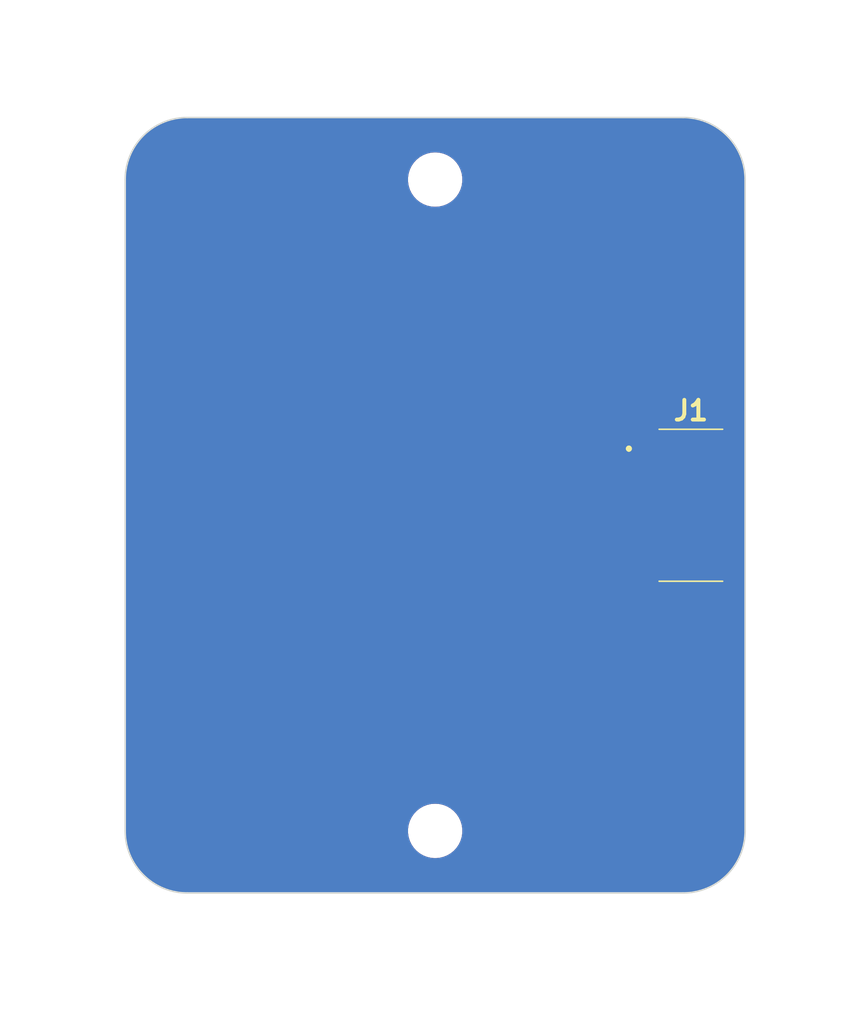
<source format=kicad_pcb>
(kicad_pcb (version 20221018) (generator pcbnew)
  (layers (0 "F.Cu" signal) (31 "B.Cu" signal) (34 "B.Paste" user) (35 "F.Paste" user) (36 "B.SilkS" user "B.Silkscreen") (37 "F.SilkS" user "F.Silkscreen") (38 "B.Mask" user) (39 "F.Mask" user) (44 "Edge.Cuts" user))
  (net 0 "")
  (net 1 "/SPI2_MOSI")
  (net 2 "+3.3V")
  (net 3 "/SPI2_MISO")
  (net 4 "GND")
  (net 5 "/SPI2_SCK")
  (net 6 "/I2C2_SDA")
  (net 7 "/SPI2_NSS")
  (net 8 "/I2C2_SCL")
  (net 9 "VDDA")
  (net 10 "GNDA")
  (net 11 "/SPI1_SCK")
  (net 12 "/I2C1_SCL")
  (net 13 "/SPI1_MISO")
  (net 14 "/I2C1_SDA")
  (net 15 "/SPI1_MOSI")
  (net 16 "/5V_Ext")
  (net 17 "/SPI1_NSS")
  (net 18 "GNDPWR")
  (footprint "UTSVT_Connectors:Molex_53307-2071" (layer "F.Cu") (at 166.5 91 90)
    (fp_text reference "J1" (at 6.1 0 180) (layer "F.SilkS") (effects (font (size 1.27 1.27) (thickness 0.254))))
    (fp_text value "Conn_02x10_Odd_Even" hide)
    (fp_line (start -4.9 -2.05) (end -4.9 2.05) (stroke (width 0.1)) (layer "F.SilkS"))
    (fp_line (start 3.6 -4) (end 3.6 -4) (stroke (width 0.3)) (layer "F.SilkS"))
    (fp_line (start 3.7 -4) (end 3.7 -4) (stroke (width 0.3)) (layer "F.SilkS"))
    (fp_line (start 4.9 -2.05) (end 4.9 2.05) (stroke (width 0.1)) (layer "F.SilkS"))
    (fp_arc (start 3.6 -4) (mid 3.65 -4.05) (end 3.7 -4) (stroke (width 0.3)) (layer "F.SilkS"))
    (fp_arc (start 3.7 -4) (mid 3.65 -3.95) (end 3.6 -4) (stroke (width 0.3)) (layer "F.SilkS"))
    (pad "1" smd rect locked (at 3.6 -2.15 90) (size 0.55 1.8) (layers "F.Cu" "F.Paste" "F.Mask") (net 1 "/SPI2_MOSI"))
    (pad "2" smd rect locked (at 3.6 2.15 90) (size 0.55 1.8) (layers "F.Cu" "F.Paste" "F.Mask") (net 2 "+3.3V"))
    (pad "3" smd rect locked (at 2.8 -2.15 90) (size 0.55 1.8) (layers "F.Cu" "F.Paste" "F.Mask") (net 3 "/SPI2_MISO"))
    (pad "4" smd rect locked (at 2.8 2.15 90) (size 0.55 1.8) (layers "F.Cu" "F.Paste" "F.Mask") (net 4 "GND"))
    (pad "5" smd rect locked (at 2 -2.15 90) (size 0.55 1.8) (layers "F.Cu" "F.Paste" "F.Mask") (net 5 "/SPI2_SCK"))
    (pad "6" smd rect locked (at 2 2.15 90) (size 0.55 1.8) (layers "F.Cu" "F.Paste" "F.Mask") (net 6 "/I2C2_SDA"))
    (pad "7" smd rect locked (at 1.2 -2.15 90) (size 0.55 1.8) (layers "F.Cu" "F.Paste" "F.Mask") (net 7 "/SPI2_NSS"))
    (pad "8" smd rect locked (at 1.2 2.15 90) (size 0.55 1.8) (layers "F.Cu" "F.Paste" "F.Mask") (net 8 "/I2C2_SCL"))
    (pad "9" smd rect locked (at 0.4 -2.15 90) (size 0.55 1.8) (layers "F.Cu" "F.Paste" "F.Mask") (net 2 "+3.3V"))
    (pad "10" smd rect locked (at 0.4 2.15 90) (size 0.55 1.8) (layers "F.Cu" "F.Paste" "F.Mask") (net 9 "VDDA"))
    (pad "11" smd rect locked (at -0.4 -2.15 90) (size 0.55 1.8) (layers "F.Cu" "F.Paste" "F.Mask") (net 4 "GND"))
    (pad "12" smd rect locked (at -0.4 2.15 90) (size 0.55 1.8) (layers "F.Cu" "F.Paste" "F.Mask") (net 10 "GNDA"))
    (pad "13" smd rect locked (at -1.2 -2.15 90) (size 0.55 1.8) (layers "F.Cu" "F.Paste" "F.Mask") (net 11 "/SPI1_SCK"))
    (pad "14" smd rect locked (at -1.2 2.15 90) (size 0.55 1.8) (layers "F.Cu" "F.Paste" "F.Mask") (net 12 "/I2C1_SCL"))
    (pad "15" smd rect locked (at -2 -2.15 90) (size 0.55 1.8) (layers "F.Cu" "F.Paste" "F.Mask") (net 13 "/SPI1_MISO"))
    (pad "16" smd rect locked (at -2 2.15 90) (size 0.55 1.8) (layers "F.Cu" "F.Paste" "F.Mask") (net 14 "/I2C1_SDA"))
    (pad "17" smd rect locked (at -2.8 -2.15 90) (size 0.55 1.8) (layers "F.Cu" "F.Paste" "F.Mask") (net 15 "/SPI1_MOSI"))
    (pad "18" smd rect locked (at -2.8 2.15 90) (size 0.55 1.8) (layers "F.Cu" "F.Paste" "F.Mask") (net 16 "/5V_Ext"))
    (pad "19" smd rect locked (at -3.6 -2.15 90) (size 0.55 1.8) (layers "F.Cu" "F.Paste" "F.Mask") (net 17 "/SPI1_NSS"))
    (pad "20" smd rect locked (at -3.6 2.15 90) (size 0.55 1.8) (layers "F.Cu" "F.Paste" "F.Mask") (net 18 "GNDPWR"))
  )
  (footprint "MountingHole:MountingHole_3mm" (layer "F.Cu") (at 150 112)
    (fp_text reference "MH2" hide)
    (fp_text value "M.3")
    (pad "" np_thru_hole circle locked (at 0 0) (size 3 3) (drill 3) (layers "*.Cu" "*.Mask"))
  )
  (footprint "MountingHole:MountingHole_3mm" (layer "F.Cu") (at 150 70)
    (fp_text reference "MH1" hide)
    (fp_text value "M.3")
    (pad "" np_thru_hole circle locked (at 0 0) (size 3 3) (drill 3) (layers "*.Cu" "*.Mask"))
  )
  (gr_arc (start 134 116) (mid 131.171573 114.828427) (end 130 112) (stroke (width 0.1)) (layer "Edge.Cuts"))
  (gr_arc (start 170 112) (mid 168.828427 114.828427) (end 166 116) (stroke (width 0.1)) (layer "Edge.Cuts"))
  (gr_arc (start 166 66) (mid 168.828427 67.171573) (end 170 70) (stroke (width 0.1)) (layer "Edge.Cuts"))
  (gr_arc (start 130 70) (mid 131.171573 67.171573) (end 134 66) (stroke (width 0.1)) (layer "Edge.Cuts"))
  (gr_line (start 130 112) (end 130 70) (stroke (width 0.1)) (layer "Edge.Cuts"))
  (gr_line (start 134 66) (end 166 66) (stroke (width 0.1)) (layer "Edge.Cuts"))
  (gr_line (start 170 70) (end 170 112) (stroke (width 0.1)) (layer "Edge.Cuts"))
  (gr_line (start 166 116) (end 134 116) (stroke (width 0.1)) (layer "Edge.Cuts"))
  (zone (net 4) (net_name "GND") (layers "F&B.Cu") (connect_pads (clearance 0.5)) (min_thickness 0.25) (fill yes (thermal_gap 0.5) (thermal_bridge_width 0.5))
    (polygon (pts (xy 121.92 58.42) (xy 177.8 58.42) (xy 177.8 124.46) (xy 121.92 124.46)))
  )
)
</source>
